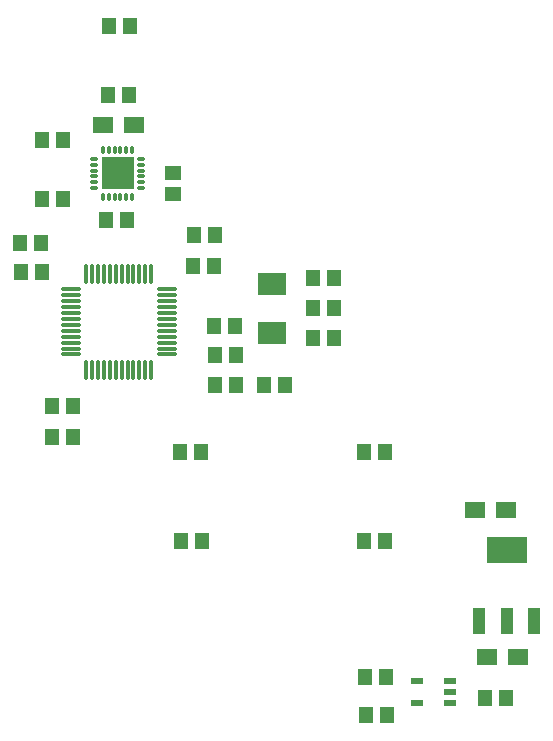
<source format=gbp>
G04 Layer_Color=128*
%FSLAX25Y25*%
%MOIN*%
G70*
G01*
G75*
%ADD10R,0.04567X0.05787*%
%ADD32R,0.07087X0.05315*%
%ADD33R,0.09449X0.07480*%
%ADD34R,0.04331X0.02362*%
%ADD35R,0.13780X0.08661*%
%ADD36R,0.03937X0.08661*%
%ADD37O,0.07087X0.01102*%
%ADD38O,0.01102X0.07087*%
%ADD39R,0.05787X0.04567*%
%ADD40O,0.01102X0.02756*%
%ADD41O,0.02756X0.01102*%
%ADD42R,0.10551X0.10551*%
D10*
X31196Y207400D02*
D03*
X38204D02*
D03*
X84504Y93400D02*
D03*
X77496D02*
D03*
X185804Y41000D02*
D03*
X178796D02*
D03*
X145904Y48100D02*
D03*
X138896D02*
D03*
X139096Y35400D02*
D03*
X146104D02*
D03*
X138596Y93300D02*
D03*
X145604D02*
D03*
X138496Y122900D02*
D03*
X145504D02*
D03*
X84204D02*
D03*
X77196D02*
D03*
X41504Y127900D02*
D03*
X34496D02*
D03*
X41404Y138400D02*
D03*
X34396D02*
D03*
X31104Y182900D02*
D03*
X24096D02*
D03*
X30904Y192700D02*
D03*
X23896D02*
D03*
X112204Y145400D02*
D03*
X105196D02*
D03*
X121596Y181000D02*
D03*
X128604D02*
D03*
X121496Y160900D02*
D03*
X128504D02*
D03*
Y171100D02*
D03*
X121496D02*
D03*
X95504Y165000D02*
D03*
X88496D02*
D03*
X88996Y155400D02*
D03*
X96004D02*
D03*
X88896Y145300D02*
D03*
X95904D02*
D03*
X38304Y226800D02*
D03*
X31296D02*
D03*
X81796Y195300D02*
D03*
X88804D02*
D03*
X88704Y184800D02*
D03*
X81696D02*
D03*
X59504Y200200D02*
D03*
X52496D02*
D03*
X60104Y241900D02*
D03*
X53096D02*
D03*
X60704Y264800D02*
D03*
X53696D02*
D03*
D32*
X179443Y54700D02*
D03*
X189758D02*
D03*
X185958Y103600D02*
D03*
X175643D02*
D03*
X51442Y231900D02*
D03*
X61757D02*
D03*
D33*
X107800Y162729D02*
D03*
Y178871D02*
D03*
D34*
X156188Y46740D02*
D03*
Y39260D02*
D03*
X167212D02*
D03*
Y43000D02*
D03*
Y46740D02*
D03*
D35*
X186100Y90411D02*
D03*
D36*
X177045Y66789D02*
D03*
X186100D02*
D03*
X195155D02*
D03*
D37*
X72745Y177127D02*
D03*
Y175158D02*
D03*
Y173190D02*
D03*
Y171221D02*
D03*
Y169253D02*
D03*
Y167284D02*
D03*
Y165316D02*
D03*
Y163347D02*
D03*
Y161379D02*
D03*
Y159410D02*
D03*
Y157442D02*
D03*
Y155473D02*
D03*
X40855D02*
D03*
Y157442D02*
D03*
Y159410D02*
D03*
Y161379D02*
D03*
Y163347D02*
D03*
Y165316D02*
D03*
Y167284D02*
D03*
Y169253D02*
D03*
Y171221D02*
D03*
Y173190D02*
D03*
Y175158D02*
D03*
Y177127D02*
D03*
D38*
X67627Y150355D02*
D03*
X65658D02*
D03*
X63690D02*
D03*
X61721D02*
D03*
X59753D02*
D03*
X57784D02*
D03*
X55816D02*
D03*
X53847D02*
D03*
X51879D02*
D03*
X49910D02*
D03*
X47942D02*
D03*
X45973D02*
D03*
Y182245D02*
D03*
X47942D02*
D03*
X49910D02*
D03*
X51879D02*
D03*
X53847D02*
D03*
X55816D02*
D03*
X57784D02*
D03*
X59753D02*
D03*
X61721D02*
D03*
X63690D02*
D03*
X65658D02*
D03*
X67627D02*
D03*
D39*
X74800Y215904D02*
D03*
Y208896D02*
D03*
D40*
X61321Y207926D02*
D03*
X59353D02*
D03*
X57384D02*
D03*
X55416D02*
D03*
X53447D02*
D03*
X51479D02*
D03*
Y223674D02*
D03*
X53447D02*
D03*
X55416D02*
D03*
X57384D02*
D03*
X59353D02*
D03*
X61321D02*
D03*
D41*
X48526Y210879D02*
D03*
Y212847D02*
D03*
Y214816D02*
D03*
Y216784D02*
D03*
Y218753D02*
D03*
Y220721D02*
D03*
X64274D02*
D03*
Y218753D02*
D03*
Y216784D02*
D03*
Y214816D02*
D03*
Y212847D02*
D03*
Y210879D02*
D03*
D42*
X56400Y215800D02*
D03*
M02*

</source>
